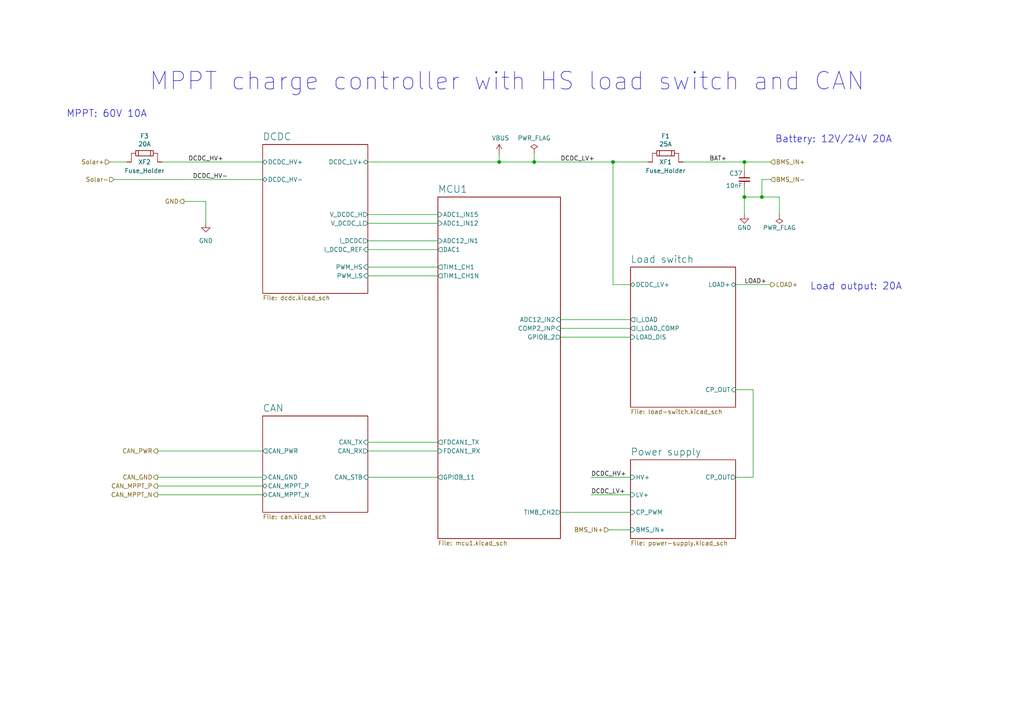
<source format=kicad_sch>
(kicad_sch
	(version 20231120)
	(generator "eeschema")
	(generator_version "8.0")
	(uuid "9779eebb-f8c9-4590-9ea9-bffcdc38d3a0")
	(paper "A4")
	(lib_symbols
		(symbol "Project:C"
			(pin_numbers hide)
			(pin_names
				(offset 0.254) hide)
			(exclude_from_sim no)
			(in_bom yes)
			(on_board yes)
			(property "Reference" "C"
				(at 0.635 1.905 0)
				(effects
					(font
						(size 1.27 1.27)
					)
					(justify left)
				)
			)
			(property "Value" "C"
				(at 0.635 -1.905 0)
				(effects
					(font
						(size 1.27 1.27)
					)
					(justify left)
				)
			)
			(property "Footprint" ""
				(at 0 -5.08 0)
				(effects
					(font
						(size 1.27 1.27)
					)
					(hide yes)
				)
			)
			(property "Datasheet" ""
				(at 0.635 1.905 0)
				(effects
					(font
						(size 1.27 1.27)
					)
				)
			)
			(property "Description" "Unpolarized capacitor"
				(at 0 0 0)
				(effects
					(font
						(size 1.27 1.27)
					)
					(hide yes)
				)
			)
			(property "ki_fp_filters" "C? C_????_* C_???? SMD*_c Capacitor*"
				(at 0 0 0)
				(effects
					(font
						(size 1.27 1.27)
					)
					(hide yes)
				)
			)
			(symbol "C_0_1"
				(polyline
					(pts
						(xy -1.524 -0.508) (xy 1.524 -0.508)
					)
					(stroke
						(width 0.3302)
						(type solid)
					)
					(fill
						(type none)
					)
				)
				(polyline
					(pts
						(xy -1.524 0.508) (xy 0 0.508) (xy 1.524 0.508)
					)
					(stroke
						(width 0.3048)
						(type solid)
					)
					(fill
						(type none)
					)
				)
			)
			(symbol "C_1_1"
				(pin passive line
					(at 0 2.54 270)
					(length 1.905)
					(name "~"
						(effects
							(font
								(size 1.016 1.016)
							)
						)
					)
					(number "1"
						(effects
							(font
								(size 1.016 1.016)
							)
						)
					)
				)
				(pin passive line
					(at 0 -2.54 90)
					(length 2.032)
					(name "~"
						(effects
							(font
								(size 1.016 1.016)
							)
						)
					)
					(number "2"
						(effects
							(font
								(size 1.016 1.016)
							)
						)
					)
				)
			)
		)
		(symbol "mppt-2420-hc-rescue:Fuse_Holder-LibreSolar"
			(pin_numbers hide)
			(pin_names
				(offset 0.254) hide)
			(exclude_from_sim no)
			(in_bom yes)
			(on_board yes)
			(property "Reference" "XF"
				(at 0 1.905 0)
				(effects
					(font
						(size 1.27 1.27)
					)
				)
			)
			(property "Value" "LibreSolar_Fuse_Holder"
				(at 0 -1.905 0)
				(effects
					(font
						(size 1.27 1.27)
					)
				)
			)
			(property "Footprint" ""
				(at 0 0 0)
				(effects
					(font
						(size 1.27 1.27)
					)
					(hide yes)
				)
			)
			(property "Datasheet" ""
				(at 0 0 0)
				(effects
					(font
						(size 1.27 1.27)
					)
					(hide yes)
				)
			)
			(property "Description" ""
				(at 0 0 0)
				(effects
					(font
						(size 1.27 1.27)
					)
					(hide yes)
				)
			)
			(property "ki_fp_filters" "*fuse* *holder*"
				(at 0 0 0)
				(effects
					(font
						(size 1.27 1.27)
					)
					(hide yes)
				)
			)
			(symbol "Fuse_Holder-LibreSolar_0_1"
				(polyline
					(pts
						(xy -3.81 0) (xy -3.81 2.54)
					)
					(stroke
						(width 0)
						(type solid)
					)
					(fill
						(type none)
					)
				)
				(polyline
					(pts
						(xy 3.81 0) (xy 3.81 2.54)
					)
					(stroke
						(width 0)
						(type solid)
					)
					(fill
						(type none)
					)
				)
			)
			(symbol "Fuse_Holder-LibreSolar_1_1"
				(pin passive line
					(at -5.08 0 0)
					(length 1.27)
					(name "~"
						(effects
							(font
								(size 1.016 1.016)
							)
						)
					)
					(number "1"
						(effects
							(font
								(size 1.016 1.016)
							)
						)
					)
				)
				(pin passive line
					(at 5.08 0 180)
					(length 1.27)
					(name "~"
						(effects
							(font
								(size 1.016 1.016)
							)
						)
					)
					(number "2"
						(effects
							(font
								(size 1.016 1.016)
							)
						)
					)
				)
			)
		)
		(symbol "mppt-2420-hc-rescue:Fuse_PlugIn-LibreSolar"
			(pin_numbers hide)
			(pin_names
				(offset 0.254) hide)
			(exclude_from_sim no)
			(in_bom yes)
			(on_board yes)
			(property "Reference" "F"
				(at 0 1.905 0)
				(effects
					(font
						(size 1.27 1.27)
					)
				)
			)
			(property "Value" "LibreSolar_Fuse_PlugIn"
				(at 0 -1.905 0)
				(effects
					(font
						(size 1.27 1.27)
					)
				)
			)
			(property "Footprint" ""
				(at 0 0 0)
				(effects
					(font
						(size 1.27 1.27)
					)
					(hide yes)
				)
			)
			(property "Datasheet" ""
				(at 0 0 0)
				(effects
					(font
						(size 1.27 1.27)
					)
					(hide yes)
				)
			)
			(property "Description" ""
				(at 0 0 0)
				(effects
					(font
						(size 1.27 1.27)
					)
					(hide yes)
				)
			)
			(property "ki_fp_filters" "*fuse*"
				(at 0 0 0)
				(effects
					(font
						(size 1.27 1.27)
					)
					(hide yes)
				)
			)
			(symbol "Fuse_PlugIn-LibreSolar_0_1"
				(rectangle
					(start -2.54 0.762)
					(end 2.54 -0.762)
					(stroke
						(width 0.2032)
						(type solid)
					)
					(fill
						(type none)
					)
				)
				(polyline
					(pts
						(xy -3.81 0) (xy -2.54 0)
					)
					(stroke
						(width 0)
						(type solid)
					)
					(fill
						(type none)
					)
				)
				(polyline
					(pts
						(xy -1.778 0.762) (xy -1.778 -0.762)
					)
					(stroke
						(width 0.2032)
						(type solid)
					)
					(fill
						(type none)
					)
				)
				(polyline
					(pts
						(xy 1.778 0.762) (xy 1.778 -0.762)
					)
					(stroke
						(width 0.2032)
						(type solid)
					)
					(fill
						(type none)
					)
				)
				(polyline
					(pts
						(xy 2.54 0) (xy 3.81 0)
					)
					(stroke
						(width 0)
						(type solid)
					)
					(fill
						(type none)
					)
				)
			)
		)
		(symbol "mppt-2420-hc-rescue:GND-power"
			(power)
			(pin_names
				(offset 0)
			)
			(exclude_from_sim no)
			(in_bom yes)
			(on_board yes)
			(property "Reference" "#PWR"
				(at 0 -6.35 0)
				(effects
					(font
						(size 1.27 1.27)
					)
					(hide yes)
				)
			)
			(property "Value" "power_GND"
				(at 0 -3.81 0)
				(effects
					(font
						(size 1.27 1.27)
					)
				)
			)
			(property "Footprint" ""
				(at 0 0 0)
				(effects
					(font
						(size 1.27 1.27)
					)
					(hide yes)
				)
			)
			(property "Datasheet" ""
				(at 0 0 0)
				(effects
					(font
						(size 1.27 1.27)
					)
					(hide yes)
				)
			)
			(property "Description" ""
				(at 0 0 0)
				(effects
					(font
						(size 1.27 1.27)
					)
					(hide yes)
				)
			)
			(symbol "GND-power_0_1"
				(polyline
					(pts
						(xy 0 0) (xy 0 -1.27) (xy 1.27 -1.27) (xy 0 -2.54) (xy -1.27 -1.27) (xy 0 -1.27)
					)
					(stroke
						(width 0)
						(type solid)
					)
					(fill
						(type none)
					)
				)
			)
			(symbol "GND-power_1_1"
				(pin power_in line
					(at 0 0 270)
					(length 0) hide
					(name "GND"
						(effects
							(font
								(size 1.27 1.27)
							)
						)
					)
					(number "1"
						(effects
							(font
								(size 1.27 1.27)
							)
						)
					)
				)
			)
		)
		(symbol "mppt-2420-hc-rescue:PWR_FLAG-power"
			(power)
			(pin_numbers hide)
			(pin_names
				(offset 0) hide)
			(exclude_from_sim no)
			(in_bom yes)
			(on_board yes)
			(property "Reference" "#FLG"
				(at 0 1.905 0)
				(effects
					(font
						(size 1.27 1.27)
					)
					(hide yes)
				)
			)
			(property "Value" "power_PWR_FLAG"
				(at 0 3.81 0)
				(effects
					(font
						(size 1.27 1.27)
					)
				)
			)
			(property "Footprint" ""
				(at 0 0 0)
				(effects
					(font
						(size 1.27 1.27)
					)
					(hide yes)
				)
			)
			(property "Datasheet" ""
				(at 0 0 0)
				(effects
					(font
						(size 1.27 1.27)
					)
					(hide yes)
				)
			)
			(property "Description" ""
				(at 0 0 0)
				(effects
					(font
						(size 1.27 1.27)
					)
					(hide yes)
				)
			)
			(symbol "PWR_FLAG-power_0_0"
				(pin power_out line
					(at 0 0 90)
					(length 0)
					(name "pwr"
						(effects
							(font
								(size 1.27 1.27)
							)
						)
					)
					(number "1"
						(effects
							(font
								(size 1.27 1.27)
							)
						)
					)
				)
			)
			(symbol "PWR_FLAG-power_0_1"
				(polyline
					(pts
						(xy 0 0) (xy 0 1.27) (xy -1.016 1.905) (xy 0 2.54) (xy 1.016 1.905) (xy 0 1.27)
					)
					(stroke
						(width 0)
						(type solid)
					)
					(fill
						(type none)
					)
				)
			)
		)
		(symbol "mppt-2420-hc-rescue:VBUS-power"
			(power)
			(pin_names
				(offset 0)
			)
			(exclude_from_sim no)
			(in_bom yes)
			(on_board yes)
			(property "Reference" "#PWR"
				(at 0 -3.81 0)
				(effects
					(font
						(size 1.27 1.27)
					)
					(hide yes)
				)
			)
			(property "Value" "power_VBUS"
				(at 0 3.81 0)
				(effects
					(font
						(size 1.27 1.27)
					)
				)
			)
			(property "Footprint" ""
				(at 0 0 0)
				(effects
					(font
						(size 1.27 1.27)
					)
					(hide yes)
				)
			)
			(property "Datasheet" ""
				(at 0 0 0)
				(effects
					(font
						(size 1.27 1.27)
					)
					(hide yes)
				)
			)
			(property "Description" ""
				(at 0 0 0)
				(effects
					(font
						(size 1.27 1.27)
					)
					(hide yes)
				)
			)
			(symbol "VBUS-power_0_1"
				(polyline
					(pts
						(xy -0.762 1.27) (xy 0 2.54)
					)
					(stroke
						(width 0)
						(type solid)
					)
					(fill
						(type none)
					)
				)
				(polyline
					(pts
						(xy 0 0) (xy 0 2.54)
					)
					(stroke
						(width 0)
						(type solid)
					)
					(fill
						(type none)
					)
				)
				(polyline
					(pts
						(xy 0 2.54) (xy 0.762 1.27)
					)
					(stroke
						(width 0)
						(type solid)
					)
					(fill
						(type none)
					)
				)
			)
			(symbol "VBUS-power_1_1"
				(pin power_in line
					(at 0 0 90)
					(length 0) hide
					(name "VBUS"
						(effects
							(font
								(size 1.27 1.27)
							)
						)
					)
					(number "1"
						(effects
							(font
								(size 1.27 1.27)
							)
						)
					)
				)
			)
		)
		(symbol "power:GND"
			(power)
			(pin_numbers hide)
			(pin_names
				(offset 0) hide)
			(exclude_from_sim no)
			(in_bom yes)
			(on_board yes)
			(property "Reference" "#PWR"
				(at 0 -6.35 0)
				(effects
					(font
						(size 1.27 1.27)
					)
					(hide yes)
				)
			)
			(property "Value" "GND"
				(at 0 -3.81 0)
				(effects
					(font
						(size 1.27 1.27)
					)
				)
			)
			(property "Footprint" ""
				(at 0 0 0)
				(effects
					(font
						(size 1.27 1.27)
					)
					(hide yes)
				)
			)
			(property "Datasheet" ""
				(at 0 0 0)
				(effects
					(font
						(size 1.27 1.27)
					)
					(hide yes)
				)
			)
			(property "Description" "Power symbol creates a global label with name \"GND\" , ground"
				(at 0 0 0)
				(effects
					(font
						(size 1.27 1.27)
					)
					(hide yes)
				)
			)
			(property "ki_keywords" "global power"
				(at 0 0 0)
				(effects
					(font
						(size 1.27 1.27)
					)
					(hide yes)
				)
			)
			(symbol "GND_0_1"
				(polyline
					(pts
						(xy 0 0) (xy 0 -1.27) (xy 1.27 -1.27) (xy 0 -2.54) (xy -1.27 -1.27) (xy 0 -1.27)
					)
					(stroke
						(width 0)
						(type default)
					)
					(fill
						(type none)
					)
				)
			)
			(symbol "GND_1_1"
				(pin power_in line
					(at 0 0 270)
					(length 0)
					(name "~"
						(effects
							(font
								(size 1.27 1.27)
							)
						)
					)
					(number "1"
						(effects
							(font
								(size 1.27 1.27)
							)
						)
					)
				)
			)
		)
	)
	(junction
		(at 215.9 57.15)
		(diameter 0)
		(color 0 0 0 0)
		(uuid "12c0715d-cd0a-4f0f-a83f-cbf373e97ee7")
	)
	(junction
		(at 144.78 46.99)
		(diameter 0)
		(color 0 0 0 0)
		(uuid "31eb06a8-aa98-478b-8d6f-d13ea53cf122")
	)
	(junction
		(at 220.98 57.15)
		(diameter 0)
		(color 0 0 0 0)
		(uuid "4f5bc3fd-0d3b-46c5-a164-08ef9651800d")
	)
	(junction
		(at 154.94 46.99)
		(diameter 0)
		(color 0 0 0 0)
		(uuid "82b935f5-350d-4ff0-aa70-257687719100")
	)
	(junction
		(at 215.9 46.99)
		(diameter 0)
		(color 0 0 0 0)
		(uuid "ca1eb783-a394-46f6-8370-d4d1e0d9e530")
	)
	(junction
		(at 177.8 46.99)
		(diameter 0)
		(color 0 0 0 0)
		(uuid "d13945e3-087a-48b5-b2b0-0221c6e590b5")
	)
	(wire
		(pts
			(xy 127 80.01) (xy 106.68 80.01)
		)
		(stroke
			(width 0)
			(type default)
		)
		(uuid "06638d43-af0a-4ae4-9278-91825facf6af")
	)
	(wire
		(pts
			(xy 182.88 97.79) (xy 162.56 97.79)
		)
		(stroke
			(width 0)
			(type default)
		)
		(uuid "1b353695-869a-4752-8b35-54a1b5ee0532")
	)
	(wire
		(pts
			(xy 127 62.23) (xy 106.68 62.23)
		)
		(stroke
			(width 0)
			(type default)
		)
		(uuid "1d15f215-3ff1-46ea-b2d4-e2b789f6aa71")
	)
	(wire
		(pts
			(xy 213.36 82.55) (xy 223.52 82.55)
		)
		(stroke
			(width 0)
			(type default)
		)
		(uuid "1f652763-2d50-4d66-a601-f314360a521d")
	)
	(wire
		(pts
			(xy 223.52 52.07) (xy 220.98 52.07)
		)
		(stroke
			(width 0)
			(type default)
		)
		(uuid "22abfc5a-cb81-4095-88d5-119c2cf13e2a")
	)
	(wire
		(pts
			(xy 218.44 113.03) (xy 213.36 113.03)
		)
		(stroke
			(width 0)
			(type default)
		)
		(uuid "2b50cb8b-3fd4-42b4-8f1d-9e70b35d60d3")
	)
	(wire
		(pts
			(xy 154.94 46.99) (xy 177.8 46.99)
		)
		(stroke
			(width 0)
			(type default)
		)
		(uuid "3aac084e-c708-462d-b703-7e2bf8bdccf6")
	)
	(wire
		(pts
			(xy 182.88 92.71) (xy 162.56 92.71)
		)
		(stroke
			(width 0)
			(type default)
		)
		(uuid "3fb3b5b2-7571-484a-9732-34cecf8f7560")
	)
	(wire
		(pts
			(xy 182.88 148.59) (xy 162.56 148.59)
		)
		(stroke
			(width 0)
			(type default)
		)
		(uuid "41a3ec0c-56f3-48df-a81b-7fabb92bb6cd")
	)
	(wire
		(pts
			(xy 45.72 140.97) (xy 76.2 140.97)
		)
		(stroke
			(width 0)
			(type default)
		)
		(uuid "49662f84-e074-41c6-ac62-0a39274db141")
	)
	(wire
		(pts
			(xy 45.72 130.81) (xy 76.2 130.81)
		)
		(stroke
			(width 0)
			(type default)
		)
		(uuid "4b99f281-a339-41c4-98ca-a8cd873bb41c")
	)
	(wire
		(pts
			(xy 144.78 46.99) (xy 154.94 46.99)
		)
		(stroke
			(width 0)
			(type default)
		)
		(uuid "4df72a72-334d-4131-9c0b-c1c209b9b496")
	)
	(wire
		(pts
			(xy 57.15 138.43) (xy 76.2 138.43)
		)
		(stroke
			(width 0)
			(type default)
		)
		(uuid "4f747aab-9b5f-4047-ab78-5baa0f978e51")
	)
	(wire
		(pts
			(xy 106.68 128.27) (xy 127 128.27)
		)
		(stroke
			(width 0)
			(type default)
		)
		(uuid "4fe6f7ca-41b0-4a20-856a-58bb8723a85d")
	)
	(wire
		(pts
			(xy 45.72 143.51) (xy 76.2 143.51)
		)
		(stroke
			(width 0)
			(type default)
		)
		(uuid "5314c11a-b0fe-4af1-8682-ab2be0af0ad0")
	)
	(wire
		(pts
			(xy 223.52 46.99) (xy 215.9 46.99)
		)
		(stroke
			(width 0)
			(type default)
		)
		(uuid "57ebc6e5-657b-4ad0-a1fb-bb4b7ca91641")
	)
	(wire
		(pts
			(xy 31.75 46.99) (xy 36.83 46.99)
		)
		(stroke
			(width 0)
			(type default)
		)
		(uuid "5a501b2e-7a9d-4fee-ac38-d039d8697083")
	)
	(wire
		(pts
			(xy 106.68 64.77) (xy 127 64.77)
		)
		(stroke
			(width 0)
			(type default)
		)
		(uuid "5e31eaf9-5a7e-45bf-bfb5-b22460fde61a")
	)
	(wire
		(pts
			(xy 144.78 44.45) (xy 144.78 46.99)
		)
		(stroke
			(width 0)
			(type default)
		)
		(uuid "6e52968d-9a77-4253-a5a4-339e9d82d798")
	)
	(wire
		(pts
			(xy 220.98 57.15) (xy 215.9 57.15)
		)
		(stroke
			(width 0)
			(type default)
		)
		(uuid "76eb8f80-c4d6-4e1c-bf0d-40c2f488e593")
	)
	(wire
		(pts
			(xy 46.99 46.99) (xy 76.2 46.99)
		)
		(stroke
			(width 0)
			(type default)
		)
		(uuid "77a28e13-46d5-4bc0-b32a-cb7ca78ca3e0")
	)
	(wire
		(pts
			(xy 215.9 57.15) (xy 215.9 62.23)
		)
		(stroke
			(width 0)
			(type default)
		)
		(uuid "8e3f4344-a88d-4555-9c1d-6db499c82f51")
	)
	(wire
		(pts
			(xy 215.9 54.61) (xy 215.9 57.15)
		)
		(stroke
			(width 0)
			(type default)
		)
		(uuid "8f851186-9b29-4db4-b782-08553a398621")
	)
	(wire
		(pts
			(xy 226.06 57.15) (xy 220.98 57.15)
		)
		(stroke
			(width 0)
			(type default)
		)
		(uuid "90c95fbd-0318-4536-8188-5c8ffe3afb35")
	)
	(wire
		(pts
			(xy 106.68 130.81) (xy 127 130.81)
		)
		(stroke
			(width 0)
			(type default)
		)
		(uuid "97cc5398-597b-4b2c-a254-230d056db44c")
	)
	(wire
		(pts
			(xy 213.36 138.43) (xy 218.44 138.43)
		)
		(stroke
			(width 0)
			(type default)
		)
		(uuid "97ce97cd-96ae-4b3e-aeb6-e575e47bb110")
	)
	(wire
		(pts
			(xy 154.94 44.45) (xy 154.94 46.99)
		)
		(stroke
			(width 0)
			(type default)
		)
		(uuid "a18c2245-7ecd-47ee-9603-c8bd84cb4cef")
	)
	(wire
		(pts
			(xy 226.06 62.23) (xy 226.06 57.15)
		)
		(stroke
			(width 0)
			(type default)
		)
		(uuid "a3594d38-4c3a-4b91-9cea-1e966f87bf53")
	)
	(wire
		(pts
			(xy 106.68 138.43) (xy 127 138.43)
		)
		(stroke
			(width 0)
			(type default)
		)
		(uuid "a93219fb-29e3-470f-8514-4245b3377700")
	)
	(wire
		(pts
			(xy 59.69 64.77) (xy 59.69 58.42)
		)
		(stroke
			(width 0)
			(type default)
		)
		(uuid "a9f20c5d-4282-470a-b4e2-c69b936eb37c")
	)
	(wire
		(pts
			(xy 176.53 153.67) (xy 182.88 153.67)
		)
		(stroke
			(width 0)
			(type default)
		)
		(uuid "adc5fc82-e1a0-4546-932f-1c3c110088ae")
	)
	(wire
		(pts
			(xy 45.72 138.43) (xy 55.88 138.43)
		)
		(stroke
			(width 0)
			(type default)
		)
		(uuid "b2240a87-3932-4fe9-bb41-9e021d96bdad")
	)
	(wire
		(pts
			(xy 182.88 95.25) (xy 162.56 95.25)
		)
		(stroke
			(width 0)
			(type default)
		)
		(uuid "bedd45ca-66bd-4aa5-ba42-7188da8bd8e1")
	)
	(wire
		(pts
			(xy 57.15 138.43) (xy 57.15 138.4412)
		)
		(stroke
			(width 0)
			(type default)
		)
		(uuid "c99105fd-333e-4c8b-a326-f8c3bc2198e9")
	)
	(wire
		(pts
			(xy 215.9 49.53) (xy 215.9 46.99)
		)
		(stroke
			(width 0)
			(type default)
		)
		(uuid "cb7c2935-ffdb-4c58-a6ad-53e56f2dd123")
	)
	(wire
		(pts
			(xy 59.69 58.42) (xy 53.34 58.42)
		)
		(stroke
			(width 0)
			(type default)
		)
		(uuid "d237ae4b-7076-4faf-9feb-40b7acaa24fd")
	)
	(wire
		(pts
			(xy 127 72.39) (xy 106.68 72.39)
		)
		(stroke
			(width 0)
			(type default)
		)
		(uuid "d23e3946-9a6a-445e-b00e-2bb11d90d230")
	)
	(wire
		(pts
			(xy 57.15 138.4412) (xy 57.3186 138.4412)
		)
		(stroke
			(width 0)
			(type default)
		)
		(uuid "d2655c58-2130-4e9f-be2a-37286f5ac0d5")
	)
	(wire
		(pts
			(xy 106.68 69.85) (xy 127 69.85)
		)
		(stroke
			(width 0)
			(type default)
		)
		(uuid "db1976c0-799e-4e8d-9f5d-af253e83370a")
	)
	(wire
		(pts
			(xy 198.12 46.99) (xy 215.9 46.99)
		)
		(stroke
			(width 0)
			(type default)
		)
		(uuid "dea213ea-59fa-4e86-a255-700afab93131")
	)
	(wire
		(pts
			(xy 220.98 52.07) (xy 220.98 57.15)
		)
		(stroke
			(width 0)
			(type default)
		)
		(uuid "e2c518eb-d649-4b61-957f-f054a526e9f0")
	)
	(wire
		(pts
			(xy 187.96 46.99) (xy 177.8 46.99)
		)
		(stroke
			(width 0)
			(type default)
		)
		(uuid "e87b7986-1251-486c-8ad4-7a0204497b07")
	)
	(wire
		(pts
			(xy 177.8 46.99) (xy 177.8 82.55)
		)
		(stroke
			(width 0)
			(type default)
		)
		(uuid "edbd87e6-50a6-4dc7-9c2c-228cb6d8e0d7")
	)
	(wire
		(pts
			(xy 177.8 82.55) (xy 182.88 82.55)
		)
		(stroke
			(width 0)
			(type default)
		)
		(uuid "ef79dc1e-a3e9-4219-b6fc-a39f754fc712")
	)
	(wire
		(pts
			(xy 182.88 138.43) (xy 171.45 138.43)
		)
		(stroke
			(width 0)
			(type default)
		)
		(uuid "f2ec9853-5aca-4fdd-aab4-8356e8de8535")
	)
	(wire
		(pts
			(xy 106.68 46.99) (xy 144.78 46.99)
		)
		(stroke
			(width 0)
			(type default)
		)
		(uuid "f674890e-d6aa-4e7a-9535-cf073e2bf475")
	)
	(wire
		(pts
			(xy 55.88 138.43) (xy 57.3186 138.4412)
		)
		(stroke
			(width 0)
			(type default)
		)
		(uuid "f704cdff-07fe-45a8-bcd4-a04d6d082caa")
	)
	(wire
		(pts
			(xy 218.44 138.43) (xy 218.44 113.03)
		)
		(stroke
			(width 0)
			(type default)
		)
		(uuid "f93d6b67-c4d5-4acb-889f-027e9b44b36b")
	)
	(wire
		(pts
			(xy 106.68 77.47) (xy 127 77.47)
		)
		(stroke
			(width 0)
			(type default)
		)
		(uuid "fb0ab7a2-6644-4b80-8597-28451ca45189")
	)
	(wire
		(pts
			(xy 33.02 52.07) (xy 76.2 52.07)
		)
		(stroke
			(width 0)
			(type default)
		)
		(uuid "fb7cd71d-5ae6-4d3b-bd30-9e9338ea6c3f")
	)
	(wire
		(pts
			(xy 182.88 143.51) (xy 171.45 143.51)
		)
		(stroke
			(width 0)
			(type default)
		)
		(uuid "fc2f7a1e-2c78-4ce1-b830-26eca0c8c369")
	)
	(text "MPPT: 60V 10A"
		(exclude_from_sim no)
		(at 42.672 34.29 0)
		(effects
			(font
				(size 2.032 2.032)
			)
			(justify right bottom)
		)
		(uuid "0ca1e267-2890-430f-8ce2-09d4e1cb2edc")
	)
	(text "Load output: 20A"
		(exclude_from_sim no)
		(at 234.95 84.328 0)
		(effects
			(font
				(size 2.032 2.032)
			)
			(justify left bottom)
		)
		(uuid "91b64e79-323d-4238-8fb0-9ec95bf91614")
	)
	(text "MPPT charge controller with HS load switch and CAN"
		(exclude_from_sim no)
		(at 43.18 26.67 0)
		(effects
			(font
				(size 5.08 5.08)
			)
			(justify left bottom)
		)
		(uuid "a30fc346-87c1-4df6-af86-08c6db9156af")
	)
	(text "Battery: 12V/24V 20A"
		(exclude_from_sim no)
		(at 224.79 41.656 0)
		(effects
			(font
				(size 2.032 2.032)
			)
			(justify left bottom)
		)
		(uuid "f722e7c7-2cfc-4f4c-b2ac-81259b3e1b98")
	)
	(label "DCDC_HV-"
		(at 55.88 52.07 0)
		(effects
			(font
				(size 1.27 1.27)
			)
			(justify left bottom)
		)
		(uuid "1b10e486-fdbc-4f36-8b49-0c94da060e61")
	)
	(label "LOAD+"
		(at 215.9 82.55 0)
		(effects
			(font
				(size 1.27 1.27)
			)
			(justify left bottom)
		)
		(uuid "25c73d89-ceac-41f0-b505-f3d829db61de")
	)
	(label "DCDC_LV+"
		(at 171.45 143.51 0)
		(effects
			(font
				(size 1.27 1.27)
			)
			(justify left bottom)
		)
		(uuid "27663010-92c8-42d7-9173-1377a73ec3a0")
	)
	(label "DCDC_HV+"
		(at 54.61 46.99 0)
		(effects
			(font
				(size 1.27 1.27)
			)
			(justify left bottom)
		)
		(uuid "439048b0-5eaa-48d6-81d0-84af24c2514c")
	)
	(label "DCDC_LV+"
		(at 162.56 46.99 0)
		(effects
			(font
				(size 1.27 1.27)
			)
			(justify left bottom)
		)
		(uuid "6f875f69-e3b8-47b2-bfeb-493a75f077b6")
	)
	(label "BAT+"
		(at 205.74 46.99 0)
		(effects
			(font
				(size 1.27 1.27)
			)
			(justify left bottom)
		)
		(uuid "9855dd4a-9bc2-4714-9838-e853bb167b28")
	)
	(label "DCDC_HV+"
		(at 171.45 138.43 0)
		(effects
			(font
				(size 1.27 1.27)
			)
			(justify left bottom)
		)
		(uuid "adf0454a-ab56-478c-b411-bc6f3c3d8066")
	)
	(hierarchical_label "CAN_MPPT_N"
		(shape output)
		(at 45.72 143.51 180)
		(effects
			(font
				(size 1.27 1.27)
			)
			(justify right)
		)
		(uuid "00971757-0200-4cb7-bc71-8f726b7d899f")
	)
	(hierarchical_label "CAN_PWR"
		(shape output)
		(at 45.72 130.81 180)
		(effects
			(font
				(size 1.27 1.27)
			)
			(justify right)
		)
		(uuid "04fc42b1-9485-4896-a2af-b90f23938986")
	)
	(hierarchical_label "GND"
		(shape output)
		(at 53.34 58.42 180)
		(effects
			(font
				(size 1.27 1.27)
			)
			(justify right)
		)
		(uuid "19cb3c39-3ac8-4280-b90b-521833b0dc25")
	)
	(hierarchical_label "CAN_GND"
		(shape output)
		(at 45.72 138.43 180)
		(effects
			(font
				(size 1.27 1.27)
			)
			(justify right)
		)
		(uuid "1b503363-e081-40b2-9678-5fae2654b606")
	)
	(hierarchical_label "Solar-"
		(shape input)
		(at 33.02 52.07 180)
		(effects
			(font
				(size 1.27 1.27)
			)
			(justify right)
		)
		(uuid "650909c4-d4aa-4ff0-ba9e-607ba6a45901")
	)
	(hierarchical_label "BMS_IN+"
		(shape input)
		(at 176.53 153.67 180)
		(effects
			(font
				(size 1.27 1.27)
			)
			(justify right)
		)
		(uuid "83e180cd-9fe7-4711-8416-e6ce8c3de109")
	)
	(hierarchical_label "LOAD+"
		(shape output)
		(at 223.52 82.55 0)
		(effects
			(font
				(size 1.27 1.27)
			)
			(justify left)
		)
		(uuid "88397db1-f3e5-467d-a4da-2038f6f55a92")
	)
	(hierarchical_label "BMS_IN-"
		(shape input)
		(at 223.52 52.07 0)
		(effects
			(font
				(size 1.27 1.27)
			)
			(justify left)
		)
		(uuid "980f8e3f-40da-4e75-9436-417ba51943f8")
	)
	(hierarchical_label "CAN_MPPT_P"
		(shape output)
		(at 45.72 140.97 180)
		(effects
			(font
				(size 1.27 1.27)
			)
			(justify right)
		)
		(uuid "cc82adbd-b47e-4d87-b144-e29f00392dac")
	)
	(hierarchical_label "Solar+"
		(shape input)
		(at 31.75 46.99 180)
		(effects
			(font
				(size 1.27 1.27)
			)
			(justify right)
		)
		(uuid "f0cf710f-0ddc-4d24-a0bb-802b14f87676")
	)
	(hierarchical_label "BMS_IN+"
		(shape input)
		(at 223.52 46.99 0)
		(effects
			(font
				(size 1.27 1.27)
			)
			(justify left)
		)
		(uuid "fca9ec5f-6733-4343-90ec-33a700720ec7")
	)
	(symbol
		(lib_id "mppt-2420-hc-rescue:Fuse_Holder-LibreSolar")
		(at 41.91 46.99 0)
		(unit 1)
		(exclude_from_sim no)
		(in_bom yes)
		(on_board yes)
		(dnp no)
		(uuid "146fb11f-c427-49a4-af7d-2b9490c6e620")
		(property "Reference" "XF2"
			(at 41.91 46.99 0)
			(effects
				(font
					(size 1.27 1.27)
				)
			)
		)
		(property "Value" "Fuse_Holder"
			(at 41.91 49.53 0)
			(effects
				(font
					(size 1.27 1.27)
				)
			)
		)
		(property "Footprint" "LibreSolar:Keystone-Fuse-3557-2"
			(at 41.91 46.99 0)
			(effects
				(font
					(size 1.27 1.27)
				)
				(hide yes)
			)
		)
		(property "Datasheet" ""
			(at 41.91 46.99 0)
			(effects
				(font
					(size 1.27 1.27)
				)
				(hide yes)
			)
		)
		(property "Description" ""
			(at 41.91 46.99 0)
			(effects
				(font
					(size 1.27 1.27)
				)
				(hide yes)
			)
		)
		(property "Manufacturer" "Keystone"
			(at 41.91 46.99 0)
			(effects
				(font
					(size 1.27 1.27)
				)
				(hide yes)
			)
		)
		(property "PartNumber" "3557-2"
			(at 41.91 46.99 0)
			(effects
				(font
					(size 1.27 1.27)
				)
				(hide yes)
			)
		)
		(pin "1"
			(uuid "0fe332e2-0b05-404c-b2e5-d41754e3932a")
		)
		(pin "2"
			(uuid "6271aa02-1349-4578-b351-b33fe947de1f")
		)
		(instances
			(project "EPS"
				(path "/9f3d5417-5867-46b7-82ba-aa6fc05c5c88/981f23f2-2857-49eb-8334-6092f170093b"
					(reference "XF2")
					(unit 1)
				)
			)
		)
	)
	(symbol
		(lib_id "mppt-2420-hc-rescue:GND-power")
		(at 215.9 62.23 0)
		(unit 1)
		(exclude_from_sim no)
		(in_bom yes)
		(on_board yes)
		(dnp no)
		(uuid "43059db4-201b-4277-8275-d47146971be4")
		(property "Reference" "#PWR072"
			(at 215.9 68.58 0)
			(effects
				(font
					(size 1.27 1.27)
				)
				(hide yes)
			)
		)
		(property "Value" "GND"
			(at 215.9 66.04 0)
			(effects
				(font
					(size 1.27 1.27)
				)
			)
		)
		(property "Footprint" ""
			(at 215.9 62.23 0)
			(effects
				(font
					(size 1.27 1.27)
				)
			)
		)
		(property "Datasheet" ""
			(at 215.9 62.23 0)
			(effects
				(font
					(size 1.27 1.27)
				)
			)
		)
		(property "Description" ""
			(at 215.9 62.23 0)
			(effects
				(font
					(size 1.27 1.27)
				)
				(hide yes)
			)
		)
		(pin "1"
			(uuid "25773e27-8753-4171-8c18-fed10ca253e5")
		)
		(instances
			(project "EPS"
				(path "/9f3d5417-5867-46b7-82ba-aa6fc05c5c88/981f23f2-2857-49eb-8334-6092f170093b"
					(reference "#PWR072")
					(unit 1)
				)
			)
		)
	)
	(symbol
		(lib_id "mppt-2420-hc-rescue:Fuse_Holder-LibreSolar")
		(at 193.04 46.99 0)
		(unit 1)
		(exclude_from_sim no)
		(in_bom yes)
		(on_board yes)
		(dnp no)
		(uuid "5c27c24f-11fc-4aaf-a78a-7c08eff1d2c0")
		(property "Reference" "XF1"
			(at 193.04 46.99 0)
			(effects
				(font
					(size 1.27 1.27)
				)
			)
		)
		(property "Value" "Fuse_Holder"
			(at 193.04 49.53 0)
			(effects
				(font
					(size 1.27 1.27)
				)
			)
		)
		(property "Footprint" "LibreSolar:Keystone-Fuse-3557-2"
			(at 193.04 46.99 0)
			(effects
				(font
					(size 1.27 1.27)
				)
				(hide yes)
			)
		)
		(property "Datasheet" ""
			(at 193.04 46.99 0)
			(effects
				(font
					(size 1.27 1.27)
				)
				(hide yes)
			)
		)
		(property "Description" ""
			(at 193.04 46.99 0)
			(effects
				(font
					(size 1.27 1.27)
				)
				(hide yes)
			)
		)
		(property "Manufacturer" "Keystone"
			(at 193.04 46.99 0)
			(effects
				(font
					(size 1.27 1.27)
				)
				(hide yes)
			)
		)
		(property "PartNumber" "3557-2"
			(at 193.04 46.99 0)
			(effects
				(font
					(size 1.27 1.27)
				)
				(hide yes)
			)
		)
		(pin "1"
			(uuid "92989ecf-be12-46ec-b0f0-8688fb8f46c1")
		)
		(pin "2"
			(uuid "086ec362-b709-4bcf-89ef-e3cf98a8cc28")
		)
		(instances
			(project "EPS"
				(path "/9f3d5417-5867-46b7-82ba-aa6fc05c5c88/981f23f2-2857-49eb-8334-6092f170093b"
					(reference "XF1")
					(unit 1)
				)
			)
		)
	)
	(symbol
		(lib_id "mppt-2420-hc-rescue:Fuse_PlugIn-LibreSolar")
		(at 41.91 44.45 0)
		(unit 1)
		(exclude_from_sim no)
		(in_bom yes)
		(on_board yes)
		(dnp no)
		(uuid "6d6a74a8-3a66-48a4-8377-c432264dfeb7")
		(property "Reference" "F3"
			(at 41.91 39.4716 0)
			(effects
				(font
					(size 1.27 1.27)
				)
			)
		)
		(property "Value" "20A"
			(at 41.91 41.783 0)
			(effects
				(font
					(size 1.27 1.27)
				)
			)
		)
		(property "Footprint" "LibreSolar:NULL"
			(at 41.91 44.45 0)
			(effects
				(font
					(size 1.27 1.27)
				)
				(hide yes)
			)
		)
		(property "Datasheet" ""
			(at 41.91 44.45 0)
			(effects
				(font
					(size 1.27 1.27)
				)
			)
		)
		(property "Description" ""
			(at 41.91 44.45 0)
			(effects
				(font
					(size 1.27 1.27)
				)
				(hide yes)
			)
		)
		(property "Manufacturer" "Littelfuse"
			(at 41.91 44.45 0)
			(effects
				(font
					(size 1.27 1.27)
				)
				(hide yes)
			)
		)
		(property "PartNumber" "166.7000.5202"
			(at 41.91 44.45 0)
			(effects
				(font
					(size 1.27 1.27)
				)
				(hide yes)
			)
		)
		(instances
			(project "EPS"
				(path "/9f3d5417-5867-46b7-82ba-aa6fc05c5c88/981f23f2-2857-49eb-8334-6092f170093b"
					(reference "F3")
					(unit 1)
				)
			)
		)
	)
	(symbol
		(lib_id "power:GND")
		(at 59.69 64.77 0)
		(unit 1)
		(exclude_from_sim no)
		(in_bom yes)
		(on_board yes)
		(dnp no)
		(fields_autoplaced yes)
		(uuid "85d438b4-c305-4f5e-92ec-0bcd31bd5ab7")
		(property "Reference" "#PWR01"
			(at 59.69 71.12 0)
			(effects
				(font
					(size 1.27 1.27)
				)
				(hide yes)
			)
		)
		(property "Value" "GND"
			(at 59.69 69.85 0)
			(effects
				(font
					(size 1.27 1.27)
				)
			)
		)
		(property "Footprint" ""
			(at 59.69 64.77 0)
			(effects
				(font
					(size 1.27 1.27)
				)
				(hide yes)
			)
		)
		(property "Datasheet" ""
			(at 59.69 64.77 0)
			(effects
				(font
					(size 1.27 1.27)
				)
				(hide yes)
			)
		)
		(property "Description" "Power symbol creates a global label with name \"GND\" , ground"
			(at 59.69 64.77 0)
			(effects
				(font
					(size 1.27 1.27)
				)
				(hide yes)
			)
		)
		(pin "1"
			(uuid "edbfda82-f0e9-4620-88cd-ba7e878971c0")
		)
		(instances
			(project ""
				(path "/9f3d5417-5867-46b7-82ba-aa6fc05c5c88/981f23f2-2857-49eb-8334-6092f170093b"
					(reference "#PWR01")
					(unit 1)
				)
			)
		)
	)
	(symbol
		(lib_id "Project:C")
		(at 215.9 52.07 0)
		(mirror y)
		(unit 1)
		(exclude_from_sim no)
		(in_bom yes)
		(on_board yes)
		(dnp no)
		(uuid "8b49cdff-3ce4-4370-b509-783cd5ffc7e2")
		(property "Reference" "C37"
			(at 215.392 50.292 0)
			(effects
				(font
					(size 1.27 1.27)
				)
				(justify left)
			)
		)
		(property "Value" "10nF"
			(at 215.392 53.848 0)
			(effects
				(font
					(size 1.27 1.27)
				)
				(justify left)
			)
		)
		(property "Footprint" "LibreSolar:C_0603_1608"
			(at 215.9 52.07 0)
			(effects
				(font
					(size 1.27 1.27)
				)
				(hide yes)
			)
		)
		(property "Datasheet" ""
			(at 215.9 52.07 0)
			(effects
				(font
					(size 1.27 1.27)
				)
			)
		)
		(property "Description" ""
			(at 215.9 52.07 0)
			(effects
				(font
					(size 1.27 1.27)
				)
				(hide yes)
			)
		)
		(property "Manufacturer" "any"
			(at 269.24 96.52 0)
			(effects
				(font
					(size 1.27 1.27)
				)
				(hide yes)
			)
		)
		(property "PartNumber" ""
			(at 269.24 96.52 0)
			(effects
				(font
					(size 1.27 1.27)
				)
				(hide yes)
			)
		)
		(property "Remarks" "100V, X7R"
			(at 281.94 105.41 0)
			(effects
				(font
					(size 1.524 1.524)
				)
				(hide yes)
			)
		)
		(pin "2"
			(uuid "1f3f86fe-3781-4e6b-b7fc-f994277276f3")
		)
		(pin "1"
			(uuid "1813d064-9e68-4b62-bed9-5004eadd713d")
		)
		(instances
			(project "EPS"
				(path "/9f3d5417-5867-46b7-82ba-aa6fc05c5c88/981f23f2-2857-49eb-8334-6092f170093b"
					(reference "C37")
					(unit 1)
				)
			)
		)
	)
	(symbol
		(lib_id "mppt-2420-hc-rescue:PWR_FLAG-power")
		(at 154.94 44.45 0)
		(unit 1)
		(exclude_from_sim no)
		(in_bom yes)
		(on_board yes)
		(dnp no)
		(uuid "96bf33af-f5d0-4558-8467-4af737c20e8b")
		(property "Reference" "#FLG05"
			(at 154.94 42.545 0)
			(effects
				(font
					(size 1.27 1.27)
				)
				(hide yes)
			)
		)
		(property "Value" "PWR_FLAG"
			(at 154.94 40.0558 0)
			(effects
				(font
					(size 1.27 1.27)
				)
			)
		)
		(property "Footprint" ""
			(at 154.94 44.45 0)
			(effects
				(font
					(size 1.27 1.27)
				)
				(hide yes)
			)
		)
		(property "Datasheet" "~"
			(at 154.94 44.45 0)
			(effects
				(font
					(size 1.27 1.27)
				)
				(hide yes)
			)
		)
		(property "Description" ""
			(at 154.94 44.45 0)
			(effects
				(font
					(size 1.27 1.27)
				)
				(hide yes)
			)
		)
		(pin "1"
			(uuid "f9268e15-c3d2-4b6c-a4b4-3bde5bb21075")
		)
		(instances
			(project "EPS"
				(path "/9f3d5417-5867-46b7-82ba-aa6fc05c5c88/981f23f2-2857-49eb-8334-6092f170093b"
					(reference "#FLG05")
					(unit 1)
				)
			)
		)
	)
	(symbol
		(lib_id "mppt-2420-hc-rescue:VBUS-power")
		(at 144.78 44.45 0)
		(unit 1)
		(exclude_from_sim no)
		(in_bom yes)
		(on_board yes)
		(dnp no)
		(uuid "98ff13c1-5724-401b-a778-5083dd9b5b24")
		(property "Reference" "#PWR071"
			(at 144.78 48.26 0)
			(effects
				(font
					(size 1.27 1.27)
				)
				(hide yes)
			)
		)
		(property "Value" "VBUS"
			(at 145.161 40.0558 0)
			(effects
				(font
					(size 1.27 1.27)
				)
			)
		)
		(property "Footprint" ""
			(at 144.78 44.45 0)
			(effects
				(font
					(size 1.27 1.27)
				)
				(hide yes)
			)
		)
		(property "Datasheet" ""
			(at 144.78 44.45 0)
			(effects
				(font
					(size 1.27 1.27)
				)
				(hide yes)
			)
		)
		(property "Description" ""
			(at 144.78 44.45 0)
			(effects
				(font
					(size 1.27 1.27)
				)
				(hide yes)
			)
		)
		(pin "1"
			(uuid "9e4ce037-d8d1-432c-9379-6b6b499360be")
		)
		(instances
			(project "EPS"
				(path "/9f3d5417-5867-46b7-82ba-aa6fc05c5c88/981f23f2-2857-49eb-8334-6092f170093b"
					(reference "#PWR071")
					(unit 1)
				)
			)
		)
	)
	(symbol
		(lib_id "mppt-2420-hc-rescue:PWR_FLAG-power")
		(at 226.06 62.23 180)
		(unit 1)
		(exclude_from_sim no)
		(in_bom yes)
		(on_board yes)
		(dnp no)
		(uuid "9f0b2860-fbbf-4ad2-ab7e-8dc1f43d44cd")
		(property "Reference" "#FLG06"
			(at 226.06 64.135 0)
			(effects
				(font
					(size 1.27 1.27)
				)
				(hide yes)
			)
		)
		(property "Value" "PWR_FLAG"
			(at 226.06 66.04 0)
			(effects
				(font
					(size 1.27 1.27)
				)
			)
		)
		(property "Footprint" ""
			(at 226.06 62.23 0)
			(effects
				(font
					(size 1.27 1.27)
				)
				(hide yes)
			)
		)
		(property "Datasheet" "~"
			(at 226.06 62.23 0)
			(effects
				(font
					(size 1.27 1.27)
				)
				(hide yes)
			)
		)
		(property "Description" ""
			(at 226.06 62.23 0)
			(effects
				(font
					(size 1.27 1.27)
				)
				(hide yes)
			)
		)
		(pin "1"
			(uuid "ddc75b32-676d-438f-92b2-0eb2e3bf3a00")
		)
		(instances
			(project "EPS"
				(path "/9f3d5417-5867-46b7-82ba-aa6fc05c5c88/981f23f2-2857-49eb-8334-6092f170093b"
					(reference "#FLG06")
					(unit 1)
				)
			)
		)
	)
	(symbol
		(lib_id "mppt-2420-hc-rescue:Fuse_PlugIn-LibreSolar")
		(at 193.04 44.45 0)
		(unit 1)
		(exclude_from_sim no)
		(in_bom yes)
		(on_board yes)
		(dnp no)
		(uuid "ed588ba8-6e91-4b3d-9a1b-385d6d492130")
		(property "Reference" "F1"
			(at 193.04 39.4716 0)
			(effects
				(font
					(size 1.27 1.27)
				)
			)
		)
		(property "Value" "25A"
			(at 193.04 41.783 0)
			(effects
				(font
					(size 1.27 1.27)
				)
			)
		)
		(property "Footprint" "LibreSolar:NULL"
			(at 193.04 44.45 0)
			(effects
				(font
					(size 1.27 1.27)
				)
				(hide yes)
			)
		)
		(property "Datasheet" ""
			(at 193.04 44.45 0)
			(effects
				(font
					(size 1.27 1.27)
				)
			)
		)
		(property "Description" ""
			(at 193.04 44.45 0)
			(effects
				(font
					(size 1.27 1.27)
				)
				(hide yes)
			)
		)
		(property "Manufacturer" "Littelfuse"
			(at 193.04 44.45 0)
			(effects
				(font
					(size 1.27 1.27)
				)
				(hide yes)
			)
		)
		(property "PartNumber" "0287025.PXCN"
			(at 193.04 44.45 0)
			(effects
				(font
					(size 1.27 1.27)
				)
				(hide yes)
			)
		)
		(instances
			(project "EPS"
				(path "/9f3d5417-5867-46b7-82ba-aa6fc05c5c88/981f23f2-2857-49eb-8334-6092f170093b"
					(reference "F1")
					(unit 1)
				)
			)
		)
	)
	(sheet
		(at 76.2 41.91)
		(size 30.48 43.18)
		(fields_autoplaced yes)
		(stroke
			(width 0)
			(type solid)
		)
		(fill
			(color 0 0 0 0.0000)
		)
		(uuid "2527d62c-8629-4c28-abc2-6b61ae286c20")
		(property "Sheetname" "DCDC"
			(at 76.2 40.8174 0)
			(effects
				(font
					(size 2.032 2.032)
				)
				(justify left bottom)
			)
		)
		(property "Sheetfile" "dcdc.kicad_sch"
			(at 76.2 85.6746 0)
			(effects
				(font
					(size 1.27 1.27)
				)
				(justify left top)
			)
		)
		(pin "V_DCDC_H" output
			(at 106.68 62.23 0)
			(effects
				(font
					(size 1.27 1.27)
				)
				(justify right)
			)
			(uuid "20fe5f5c-0ba7-47fb-a4b5-f79115afc240")
		)
		(pin "V_DCDC_L" output
			(at 106.68 64.77 0)
			(effects
				(font
					(size 1.27 1.27)
				)
				(justify right)
			)
			(uuid "ee73166a-4619-4f1a-9566-5aa67917525a")
		)
		(pin "I_DCDC" output
			(at 106.68 69.85 0)
			(effects
				(font
					(size 1.27 1.27)
				)
				(justify right)
			)
			(uuid "2f83d86a-8d2c-4438-98a4-fd536e22a563")
		)
		(pin "DCDC_HV+" bidirectional
			(at 76.2 46.99 180)
			(effects
				(font
					(size 1.27 1.27)
				)
				(justify left)
			)
			(uuid "d0a41871-929c-4fb4-a5fd-21b31045a4f3")
		)
		(pin "DCDC_HV-" bidirectional
			(at 76.2 52.07 180)
			(effects
				(font
					(size 1.27 1.27)
				)
				(justify left)
			)
			(uuid "59ab9009-3cca-4788-ae8c-8ad24e7dafaa")
		)
		(pin "DCDC_LV+" bidirectional
			(at 106.68 46.99 0)
			(effects
				(font
					(size 1.27 1.27)
				)
				(justify right)
			)
			(uuid "012d767f-e2be-4e6a-b252-66f1348ec3f3")
		)
		(pin "PWM_HS" input
			(at 106.68 77.47 0)
			(effects
				(font
					(size 1.27 1.27)
				)
				(justify right)
			)
			(uuid "bcf9722e-de44-4098-a7ee-1b41f01fb95e")
		)
		(pin "PWM_LS" input
			(at 106.68 80.01 0)
			(effects
				(font
					(size 1.27 1.27)
				)
				(justify right)
			)
			(uuid "0055b76b-6be3-4ac4-ab1a-ee80a37bb55e")
		)
		(pin "I_DCDC_REF" input
			(at 106.68 72.39 0)
			(effects
				(font
					(size 1.27 1.27)
				)
				(justify right)
			)
			(uuid "9603e9a6-7d60-4f0b-9a3d-1fbdfcc79f13")
		)
		(instances
			(project "EPS"
				(path "/9f3d5417-5867-46b7-82ba-aa6fc05c5c88/981f23f2-2857-49eb-8334-6092f170093b"
					(page "9")
				)
			)
		)
	)
	(sheet
		(at 182.88 133.35)
		(size 30.48 22.86)
		(fields_autoplaced yes)
		(stroke
			(width 0)
			(type solid)
		)
		(fill
			(color 0 0 0 0.0000)
		)
		(uuid "5f3953f3-36da-4df8-894c-59f81dd5e488")
		(property "Sheetname" "Power supply"
			(at 182.88 132.2574 0)
			(effects
				(font
					(size 2.032 2.032)
				)
				(justify left bottom)
			)
		)
		(property "Sheetfile" "power-supply.kicad_sch"
			(at 182.88 156.7946 0)
			(effects
				(font
					(size 1.27 1.27)
				)
				(justify left top)
			)
		)
		(pin "LV+" input
			(at 182.88 143.51 180)
			(effects
				(font
					(size 1.27 1.27)
				)
				(justify left)
			)
			(uuid "9433c6c4-72de-47cd-89c1-f2e0d31e289c")
		)
		(pin "HV+" input
			(at 182.88 138.43 180)
			(effects
				(font
					(size 1.27 1.27)
				)
				(justify left)
			)
			(uuid "49659107-9372-45b3-84e7-49a7fd6aaf5b")
		)
		(pin "CP_PWM" input
			(at 182.88 148.59 180)
			(effects
				(font
					(size 1.27 1.27)
				)
				(justify left)
			)
			(uuid "3c5bee72-9607-48ba-988f-87a9762e1b17")
		)
		(pin "CP_OUT" output
			(at 213.36 138.43 0)
			(effects
				(font
					(size 1.27 1.27)
				)
				(justify right)
			)
			(uuid "b8f3ebec-b5f9-4c86-93a5-ceb37c705911")
		)
		(pin "BMS_IN+" input
			(at 182.88 153.67 180)
			(effects
				(font
					(size 1.27 1.27)
				)
				(justify left)
			)
			(uuid "00904465-a040-4421-927d-a142abb62f1c")
		)
		(instances
			(project "EPS"
				(path "/9f3d5417-5867-46b7-82ba-aa6fc05c5c88/981f23f2-2857-49eb-8334-6092f170093b"
					(page "12")
				)
			)
		)
	)
	(sheet
		(at 76.2 120.65)
		(size 30.48 27.94)
		(fields_autoplaced yes)
		(stroke
			(width 0)
			(type solid)
		)
		(fill
			(color 0 0 0 0.0000)
		)
		(uuid "b8978de9-cd0e-4406-ad83-52b5f4a4dc4d")
		(property "Sheetname" "CAN"
			(at 76.2 119.5574 0)
			(effects
				(font
					(size 2.032 2.032)
				)
				(justify left bottom)
			)
		)
		(property "Sheetfile" "can.kicad_sch"
			(at 76.2 149.1746 0)
			(effects
				(font
					(size 1.27 1.27)
				)
				(justify left top)
			)
		)
		(pin "CAN_TX" input
			(at 106.68 128.27 0)
			(effects
				(font
					(size 1.27 1.27)
				)
				(justify right)
			)
			(uuid "e6d91e44-2934-4446-b756-c1b947c943d9")
		)
		(pin "CAN_RX" output
			(at 106.68 130.81 0)
			(effects
				(font
					(size 1.27 1.27)
				)
				(justify right)
			)
			(uuid "8c519c43-96d2-4e7c-9179-35c2acd83ccd")
		)
		(pin "CAN_STB" input
			(at 106.68 138.43 0)
			(effects
				(font
					(size 1.27 1.27)
				)
				(justify right)
			)
			(uuid "a494ba33-c3c6-4635-993e-de99d2b8c401")
		)
		(pin "CAN_GND" input
			(at 76.2 138.43 180)
			(effects
				(font
					(size 1.27 1.27)
				)
				(justify left)
			)
			(uuid "a6a1f36b-ecdb-4589-b08d-070b4b8c909d")
		)
		(pin "CAN_PWR" output
			(at 76.2 130.81 180)
			(effects
				(font
					(size 1.27 1.27)
				)
				(justify left)
			)
			(uuid "62203dd0-398c-423f-b5ba-526ddb1c5f28")
		)
		(pin "CAN_MPPT_P" bidirectional
			(at 76.2 140.97 180)
			(effects
				(font
					(size 1.27 1.27)
				)
				(justify left)
			)
			(uuid "7e97135b-1398-484d-a16e-68ac1100dae0")
		)
		(pin "CAN_MPPT_N" bidirectional
			(at 76.2 143.51 180)
			(effects
				(font
					(size 1.27 1.27)
				)
				(justify left)
			)
			(uuid "6a132484-cb42-4a8d-98db-5ff6222208bd")
		)
		(instances
			(project "EPS"
				(path "/9f3d5417-5867-46b7-82ba-aa6fc05c5c88/981f23f2-2857-49eb-8334-6092f170093b"
					(page "8")
				)
			)
		)
	)
	(sheet
		(at 182.88 77.47)
		(size 30.48 40.64)
		(fields_autoplaced yes)
		(stroke
			(width 0)
			(type solid)
		)
		(fill
			(color 0 0 0 0.0000)
		)
		(uuid "c7b9ce69-8836-4a1d-9265-8a5a17916468")
		(property "Sheetname" "Load switch"
			(at 182.88 76.3774 0)
			(effects
				(font
					(size 2.032 2.032)
				)
				(justify left bottom)
			)
		)
		(property "Sheetfile" "load-switch.kicad_sch"
			(at 182.88 118.6946 0)
			(effects
				(font
					(size 1.27 1.27)
				)
				(justify left top)
			)
		)
		(pin "LOAD+" bidirectional
			(at 213.36 82.55 0)
			(effects
				(font
					(size 1.27 1.27)
				)
				(justify right)
			)
			(uuid "e8d2baee-5518-4fe8-9068-0c70bc387caf")
		)
		(pin "LOAD_DIS" input
			(at 182.88 97.79 180)
			(effects
				(font
					(size 1.27 1.27)
				)
				(justify left)
			)
			(uuid "e7da5906-8f43-43dd-a59a-b4562a2f60ff")
		)
		(pin "I_LOAD" output
			(at 182.88 92.71 180)
			(effects
				(font
					(size 1.27 1.27)
				)
				(justify left)
			)
			(uuid "b98f4829-c52e-4178-8d62-d8898a213b63")
		)
		(pin "I_LOAD_COMP" output
			(at 182.88 95.25 180)
			(effects
				(font
					(size 1.27 1.27)
				)
				(justify left)
			)
			(uuid "b45c58f2-e732-40c0-8bd2-c6c0370b6ea3")
		)
		(pin "DCDC_LV+" bidirectional
			(at 182.88 82.55 180)
			(effects
				(font
					(size 1.27 1.27)
				)
				(justify left)
			)
			(uuid "8701ed64-2cc9-4c06-a4b7-9c6ce7bb7fb7")
		)
		(pin "CP_OUT" input
			(at 213.36 113.03 0)
			(effects
				(font
					(size 1.27 1.27)
				)
				(justify right)
			)
			(uuid "e0df8e0b-e2d9-476b-a629-58a424032409")
		)
		(instances
			(project "EPS"
				(path "/9f3d5417-5867-46b7-82ba-aa6fc05c5c88/981f23f2-2857-49eb-8334-6092f170093b"
					(page "10")
				)
			)
		)
	)
	(sheet
		(at 127 57.15)
		(size 35.56 99.06)
		(fields_autoplaced yes)
		(stroke
			(width 0)
			(type solid)
		)
		(fill
			(color 0 0 0 0.0000)
		)
		(uuid "e76eeb55-c855-4875-874e-ef0dfdc9b09e")
		(property "Sheetname" "MCU1"
			(at 127 56.0574 0)
			(effects
				(font
					(size 2.032 2.032)
				)
				(justify left bottom)
			)
		)
		(property "Sheetfile" "mcu1.kicad_sch"
			(at 127 156.7946 0)
			(effects
				(font
					(size 1.27 1.27)
				)
				(justify left top)
			)
		)
		(pin "TIM1_CH1" output
			(at 127 77.47 180)
			(effects
				(font
					(size 1.27 1.27)
				)
				(justify left)
			)
			(uuid "c5d43e3e-cb1a-4a29-87f0-3fbc98f0110d")
		)
		(pin "TIM1_CH1N" output
			(at 127 80.01 180)
			(effects
				(font
					(size 1.27 1.27)
				)
				(justify left)
			)
			(uuid "c90888ed-8fa1-401a-94d0-c8f45018a18d")
		)
		(pin "DAC1" output
			(at 127 72.39 180)
			(effects
				(font
					(size 1.27 1.27)
				)
				(justify left)
			)
			(uuid "1579beaf-40c0-4d2f-9562-3fce2a0d7003")
		)
		(pin "ADC1_IN15" input
			(at 127 62.23 180)
			(effects
				(font
					(size 1.27 1.27)
				)
				(justify left)
			)
			(uuid "cf320709-6601-47df-bc42-38655bd29070")
		)
		(pin "ADC1_IN12" input
			(at 127 64.77 180)
			(effects
				(font
					(size 1.27 1.27)
				)
				(justify left)
			)
			(uuid "606b7ee6-4d60-44b9-8497-44dfacbe17a6")
		)
		(pin "FDCAN1_RX" input
			(at 127 130.81 180)
			(effects
				(font
					(size 1.27 1.27)
				)
				(justify left)
			)
			(uuid "ef59f1c1-e1d1-4a4f-a62b-63562e5631d5")
		)
		(pin "FDCAN1_TX" output
			(at 127 128.27 180)
			(effects
				(font
					(size 1.27 1.27)
				)
				(justify left)
			)
			(uuid "1bfd0f9c-d51c-4d76-878f-d577a6528b48")
		)
		(pin "TIM8_CH2" output
			(at 162.56 148.59 0)
			(effects
				(font
					(size 1.27 1.27)
				)
				(justify right)
			)
			(uuid "24f542b0-5622-46c0-9f9a-5a1336a240ce")
		)
		(pin "COMP2_INP" input
			(at 162.56 95.25 0)
			(effects
				(font
					(size 1.27 1.27)
				)
				(justify right)
			)
			(uuid "d4e446d5-63c3-499a-aa31-f1759fb48dd5")
		)
		(pin "GPIOB_11" output
			(at 127 138.43 180)
			(effects
				(font
					(size 1.27 1.27)
				)
				(justify left)
			)
			(uuid "d5b810ae-55cf-4039-aeb2-fa8f45eda6a6")
		)
		(pin "GPIOB_2" output
			(at 162.56 97.79 0)
			(effects
				(font
					(size 1.27 1.27)
				)
				(justify right)
			)
			(uuid "4a904161-562f-4186-aa1c-7fb27100ff15")
		)
		(pin "ADC12_IN1" input
			(at 127 69.85 180)
			(effects
				(font
					(size 1.27 1.27)
				)
				(justify left)
			)
			(uuid "3c039848-9d42-4b53-839e-13e3e3addcb1")
		)
		(pin "ADC12_IN2" input
			(at 162.56 92.71 0)
			(effects
				(font
					(size 1.27 1.27)
				)
				(justify right)
			)
			(uuid "4e919165-4c7e-437c-b3bc-544a44aabe45")
		)
		(instances
			(project "EPS"
				(path "/9f3d5417-5867-46b7-82ba-aa6fc05c5c88/981f23f2-2857-49eb-8334-6092f170093b"
					(page "11")
				)
			)
		)
	)
)

</source>
